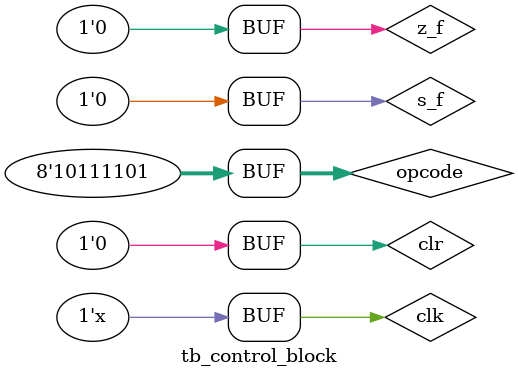
<source format=v>
`timescale 1ns / 1ps
module tb_control_block;
    reg [7:0] opcode;
    reg z_f,s_f,clk,clr;  
    wire  pc_oen,mar_inen,rom_en,mdr_inen,pc_inc,mdr_oen,ir_inen,tmp_inen,
             tmp_oen,creg_inen,creg_oen,dreg_inen,dreg_oen,rreg_inen, rreg_oen, 
             breg_inen,inreg_oen,keych_oen,outreg_inen,keyout_inen,
             load_pc,acc_oen,ah_inen,ah_reset,adds,subs,ands,divs,muls;
    wire [1:0] hs,ls; 
    control_block UUT(z_f,s_f,clk,clr,opcode,pc_oen,mar_inen,rom_en,mdr_inen,     
        pc_inc,mdr_oen,ir_inen,tmp_inen,tmp_oen,creg_inen,creg_oen, 
        dreg_inen, dreg_oen,rreg_inen,rreg_oen,breg_inen,inreg_oen,keych_oen,
        outreg_inen, keyout_inen, load_pc,acc_oen,ah_inen,ah_reset,adds,subs,    
        ands,divs,muls,hs,ls);
   always #50 clk = ~clk;
   initial begin
          // Initialize Inputs
        s_f = 0; z_f = 0;
        clk = 0;      clr = 1;
        opcode = 0;
        #100; 	clr = 0; opcode = 8'h00;
        #1200; opcode = 8'h0B;
        #1200; opcode = 8'h07;
        #1200; opcode = 8'h50;
        #1200; opcode = 8'h52;
        #1200; opcode = 8'h54;
        #1200; opcode = 8'h15;
        #1200; opcode = 8'h10;
        #1200; opcode = 8'h14;
        #1200; opcode = 8'h16;
        #1200; opcode = 8'hD6;
        #1200; opcode = 8'hD0;
        #1200; opcode = 8'hD4;
        #1200; opcode = 8'hD2;
        #1200; opcode = 8'h83;
        #1200; opcode = 8'h84;
        #1200; opcode = 8'h88;
        #1200; opcode = 8'h8A;
        #1200; opcode = 8'h8B;
        #1200; opcode = 8'h8C;
        #1200; opcode = 8'h8D;
        #1200; opcode = 8'h98;
        #1200; opcode = 8'h9A;
        #1200; opcode = 8'hA0;
        #1200; opcode = 8'hA2;
        #1200; opcode = 8'hA1;
        #1200; opcode = 8'hA8;
        #1200; opcode = 8'hB0;
        #1200; opcode = 8'hB9;
        #1200; opcode = 8'hBD;
        #100;
	end    
endmodule

</source>
